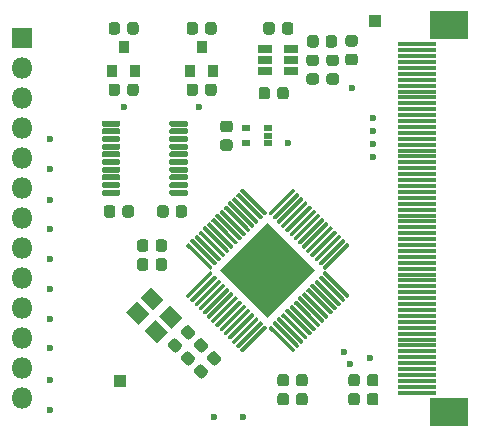
<source format=gbr>
%TF.GenerationSoftware,KiCad,Pcbnew,(5.1.6-0-10_14)*%
%TF.CreationDate,2020-07-08T17:08:28+02:00*%
%TF.ProjectId,driver-board,64726976-6572-42d6-926f-6172642e6b69,rev?*%
%TF.SameCoordinates,Original*%
%TF.FileFunction,Soldermask,Top*%
%TF.FilePolarity,Negative*%
%FSLAX46Y46*%
G04 Gerber Fmt 4.6, Leading zero omitted, Abs format (unit mm)*
G04 Created by KiCad (PCBNEW (5.1.6-0-10_14)) date 2020-07-08 17:08:28*
%MOMM*%
%LPD*%
G01*
G04 APERTURE LIST*
%ADD10R,0.900000X1.000000*%
%ADD11R,1.160000X0.750000*%
%ADD12R,0.750000X0.500000*%
%ADD13C,0.100000*%
%ADD14C,0.600000*%
%ADD15R,1.100000X1.100000*%
%ADD16R,3.200000X0.400000*%
%ADD17R,3.200000X2.400000*%
%ADD18R,1.800000X1.800000*%
%ADD19O,1.800000X1.800000*%
G04 APERTURE END LIST*
%TO.C,C1*%
G36*
G01*
X123625000Y-66081250D02*
X123625000Y-65518750D01*
G75*
G02*
X123868750Y-65275000I243750J0D01*
G01*
X124356250Y-65275000D01*
G75*
G02*
X124600000Y-65518750I0J-243750D01*
G01*
X124600000Y-66081250D01*
G75*
G02*
X124356250Y-66325000I-243750J0D01*
G01*
X123868750Y-66325000D01*
G75*
G02*
X123625000Y-66081250I0J243750D01*
G01*
G37*
G36*
G01*
X125200000Y-66081250D02*
X125200000Y-65518750D01*
G75*
G02*
X125443750Y-65275000I243750J0D01*
G01*
X125931250Y-65275000D01*
G75*
G02*
X126175000Y-65518750I0J-243750D01*
G01*
X126175000Y-66081250D01*
G75*
G02*
X125931250Y-66325000I-243750J0D01*
G01*
X125443750Y-66325000D01*
G75*
G02*
X125200000Y-66081250I0J243750D01*
G01*
G37*
%TD*%
%TO.C,C2*%
G36*
G01*
X121675000Y-65518750D02*
X121675000Y-66081250D01*
G75*
G02*
X121431250Y-66325000I-243750J0D01*
G01*
X120943750Y-66325000D01*
G75*
G02*
X120700000Y-66081250I0J243750D01*
G01*
X120700000Y-65518750D01*
G75*
G02*
X120943750Y-65275000I243750J0D01*
G01*
X121431250Y-65275000D01*
G75*
G02*
X121675000Y-65518750I0J-243750D01*
G01*
G37*
G36*
G01*
X120100000Y-65518750D02*
X120100000Y-66081250D01*
G75*
G02*
X119856250Y-66325000I-243750J0D01*
G01*
X119368750Y-66325000D01*
G75*
G02*
X119125000Y-66081250I0J243750D01*
G01*
X119125000Y-65518750D01*
G75*
G02*
X119368750Y-65275000I243750J0D01*
G01*
X119856250Y-65275000D01*
G75*
G02*
X120100000Y-65518750I0J-243750D01*
G01*
G37*
%TD*%
%TO.C,C3*%
G36*
G01*
X120500000Y-50018750D02*
X120500000Y-50581250D01*
G75*
G02*
X120256250Y-50825000I-243750J0D01*
G01*
X119768750Y-50825000D01*
G75*
G02*
X119525000Y-50581250I0J243750D01*
G01*
X119525000Y-50018750D01*
G75*
G02*
X119768750Y-49775000I243750J0D01*
G01*
X120256250Y-49775000D01*
G75*
G02*
X120500000Y-50018750I0J-243750D01*
G01*
G37*
G36*
G01*
X122075000Y-50018750D02*
X122075000Y-50581250D01*
G75*
G02*
X121831250Y-50825000I-243750J0D01*
G01*
X121343750Y-50825000D01*
G75*
G02*
X121100000Y-50581250I0J243750D01*
G01*
X121100000Y-50018750D01*
G75*
G02*
X121343750Y-49775000I243750J0D01*
G01*
X121831250Y-49775000D01*
G75*
G02*
X122075000Y-50018750I0J-243750D01*
G01*
G37*
%TD*%
%TO.C,C4*%
G36*
G01*
X122075000Y-55218750D02*
X122075000Y-55781250D01*
G75*
G02*
X121831250Y-56025000I-243750J0D01*
G01*
X121343750Y-56025000D01*
G75*
G02*
X121100000Y-55781250I0J243750D01*
G01*
X121100000Y-55218750D01*
G75*
G02*
X121343750Y-54975000I243750J0D01*
G01*
X121831250Y-54975000D01*
G75*
G02*
X122075000Y-55218750I0J-243750D01*
G01*
G37*
G36*
G01*
X120500000Y-55218750D02*
X120500000Y-55781250D01*
G75*
G02*
X120256250Y-56025000I-243750J0D01*
G01*
X119768750Y-56025000D01*
G75*
G02*
X119525000Y-55781250I0J243750D01*
G01*
X119525000Y-55218750D01*
G75*
G02*
X119768750Y-54975000I243750J0D01*
G01*
X120256250Y-54975000D01*
G75*
G02*
X120500000Y-55218750I0J-243750D01*
G01*
G37*
%TD*%
%TO.C,C5*%
G36*
G01*
X127100000Y-50018750D02*
X127100000Y-50581250D01*
G75*
G02*
X126856250Y-50825000I-243750J0D01*
G01*
X126368750Y-50825000D01*
G75*
G02*
X126125000Y-50581250I0J243750D01*
G01*
X126125000Y-50018750D01*
G75*
G02*
X126368750Y-49775000I243750J0D01*
G01*
X126856250Y-49775000D01*
G75*
G02*
X127100000Y-50018750I0J-243750D01*
G01*
G37*
G36*
G01*
X128675000Y-50018750D02*
X128675000Y-50581250D01*
G75*
G02*
X128431250Y-50825000I-243750J0D01*
G01*
X127943750Y-50825000D01*
G75*
G02*
X127700000Y-50581250I0J243750D01*
G01*
X127700000Y-50018750D01*
G75*
G02*
X127943750Y-49775000I243750J0D01*
G01*
X128431250Y-49775000D01*
G75*
G02*
X128675000Y-50018750I0J-243750D01*
G01*
G37*
%TD*%
%TO.C,C6*%
G36*
G01*
X128675000Y-55218750D02*
X128675000Y-55781250D01*
G75*
G02*
X128431250Y-56025000I-243750J0D01*
G01*
X127943750Y-56025000D01*
G75*
G02*
X127700000Y-55781250I0J243750D01*
G01*
X127700000Y-55218750D01*
G75*
G02*
X127943750Y-54975000I243750J0D01*
G01*
X128431250Y-54975000D01*
G75*
G02*
X128675000Y-55218750I0J-243750D01*
G01*
G37*
G36*
G01*
X127100000Y-55218750D02*
X127100000Y-55781250D01*
G75*
G02*
X126856250Y-56025000I-243750J0D01*
G01*
X126368750Y-56025000D01*
G75*
G02*
X126125000Y-55781250I0J243750D01*
G01*
X126125000Y-55218750D01*
G75*
G02*
X126368750Y-54975000I243750J0D01*
G01*
X126856250Y-54975000D01*
G75*
G02*
X127100000Y-55218750I0J-243750D01*
G01*
G37*
%TD*%
%TO.C,C7*%
G36*
G01*
X137900000Y-51681250D02*
X137900000Y-51118750D01*
G75*
G02*
X138143750Y-50875000I243750J0D01*
G01*
X138631250Y-50875000D01*
G75*
G02*
X138875000Y-51118750I0J-243750D01*
G01*
X138875000Y-51681250D01*
G75*
G02*
X138631250Y-51925000I-243750J0D01*
G01*
X138143750Y-51925000D01*
G75*
G02*
X137900000Y-51681250I0J243750D01*
G01*
G37*
G36*
G01*
X136325000Y-51681250D02*
X136325000Y-51118750D01*
G75*
G02*
X136568750Y-50875000I243750J0D01*
G01*
X137056250Y-50875000D01*
G75*
G02*
X137300000Y-51118750I0J-243750D01*
G01*
X137300000Y-51681250D01*
G75*
G02*
X137056250Y-51925000I-243750J0D01*
G01*
X136568750Y-51925000D01*
G75*
G02*
X136325000Y-51681250I0J243750D01*
G01*
G37*
%TD*%
%TO.C,C8*%
G36*
G01*
X138218750Y-54100000D02*
X138781250Y-54100000D01*
G75*
G02*
X139025000Y-54343750I0J-243750D01*
G01*
X139025000Y-54831250D01*
G75*
G02*
X138781250Y-55075000I-243750J0D01*
G01*
X138218750Y-55075000D01*
G75*
G02*
X137975000Y-54831250I0J243750D01*
G01*
X137975000Y-54343750D01*
G75*
G02*
X138218750Y-54100000I243750J0D01*
G01*
G37*
G36*
G01*
X138218750Y-52525000D02*
X138781250Y-52525000D01*
G75*
G02*
X139025000Y-52768750I0J-243750D01*
G01*
X139025000Y-53256250D01*
G75*
G02*
X138781250Y-53500000I-243750J0D01*
G01*
X138218750Y-53500000D01*
G75*
G02*
X137975000Y-53256250I0J243750D01*
G01*
X137975000Y-52768750D01*
G75*
G02*
X138218750Y-52525000I243750J0D01*
G01*
G37*
%TD*%
%TO.C,C9*%
G36*
G01*
X129781250Y-60675000D02*
X129218750Y-60675000D01*
G75*
G02*
X128975000Y-60431250I0J243750D01*
G01*
X128975000Y-59943750D01*
G75*
G02*
X129218750Y-59700000I243750J0D01*
G01*
X129781250Y-59700000D01*
G75*
G02*
X130025000Y-59943750I0J-243750D01*
G01*
X130025000Y-60431250D01*
G75*
G02*
X129781250Y-60675000I-243750J0D01*
G01*
G37*
G36*
G01*
X129781250Y-59100000D02*
X129218750Y-59100000D01*
G75*
G02*
X128975000Y-58856250I0J243750D01*
G01*
X128975000Y-58368750D01*
G75*
G02*
X129218750Y-58125000I243750J0D01*
G01*
X129781250Y-58125000D01*
G75*
G02*
X130025000Y-58368750I0J-243750D01*
G01*
X130025000Y-58856250D01*
G75*
G02*
X129781250Y-59100000I-243750J0D01*
G01*
G37*
%TD*%
%TO.C,C10*%
G36*
G01*
X122900000Y-70018750D02*
X122900000Y-70581250D01*
G75*
G02*
X122656250Y-70825000I-243750J0D01*
G01*
X122168750Y-70825000D01*
G75*
G02*
X121925000Y-70581250I0J243750D01*
G01*
X121925000Y-70018750D01*
G75*
G02*
X122168750Y-69775000I243750J0D01*
G01*
X122656250Y-69775000D01*
G75*
G02*
X122900000Y-70018750I0J-243750D01*
G01*
G37*
G36*
G01*
X124475000Y-70018750D02*
X124475000Y-70581250D01*
G75*
G02*
X124231250Y-70825000I-243750J0D01*
G01*
X123743750Y-70825000D01*
G75*
G02*
X123500000Y-70581250I0J243750D01*
G01*
X123500000Y-70018750D01*
G75*
G02*
X123743750Y-69775000I243750J0D01*
G01*
X124231250Y-69775000D01*
G75*
G02*
X124475000Y-70018750I0J-243750D01*
G01*
G37*
%TD*%
%TO.C,C11*%
G36*
G01*
X126402688Y-75499565D02*
X126800435Y-75897313D01*
G75*
G02*
X126800435Y-76242027I-172357J-172357D01*
G01*
X126455721Y-76586741D01*
G75*
G02*
X126111007Y-76586741I-172357J172357D01*
G01*
X125713259Y-76188993D01*
G75*
G02*
X125713259Y-75844279I172357J172357D01*
G01*
X126057973Y-75499565D01*
G75*
G02*
X126402687Y-75499565I172357J-172357D01*
G01*
G37*
G36*
G01*
X125288994Y-76613259D02*
X125686741Y-77011007D01*
G75*
G02*
X125686741Y-77355721I-172357J-172357D01*
G01*
X125342027Y-77700435D01*
G75*
G02*
X124997313Y-77700435I-172357J172357D01*
G01*
X124599565Y-77302687D01*
G75*
G02*
X124599565Y-76957973I172357J172357D01*
G01*
X124944279Y-76613259D01*
G75*
G02*
X125288993Y-76613259I172357J-172357D01*
G01*
G37*
%TD*%
%TO.C,C12*%
G36*
G01*
X127502688Y-76599565D02*
X127900435Y-76997313D01*
G75*
G02*
X127900435Y-77342027I-172357J-172357D01*
G01*
X127555721Y-77686741D01*
G75*
G02*
X127211007Y-77686741I-172357J172357D01*
G01*
X126813259Y-77288993D01*
G75*
G02*
X126813259Y-76944279I172357J172357D01*
G01*
X127157973Y-76599565D01*
G75*
G02*
X127502687Y-76599565I172357J-172357D01*
G01*
G37*
G36*
G01*
X126388994Y-77713259D02*
X126786741Y-78111007D01*
G75*
G02*
X126786741Y-78455721I-172357J-172357D01*
G01*
X126442027Y-78800435D01*
G75*
G02*
X126097313Y-78800435I-172357J172357D01*
G01*
X125699565Y-78402687D01*
G75*
G02*
X125699565Y-78057973I172357J172357D01*
G01*
X126044279Y-77713259D01*
G75*
G02*
X126388993Y-77713259I172357J-172357D01*
G01*
G37*
%TD*%
%TO.C,C13*%
G36*
G01*
X127488994Y-78813259D02*
X127886741Y-79211007D01*
G75*
G02*
X127886741Y-79555721I-172357J-172357D01*
G01*
X127542027Y-79900435D01*
G75*
G02*
X127197313Y-79900435I-172357J172357D01*
G01*
X126799565Y-79502687D01*
G75*
G02*
X126799565Y-79157973I172357J172357D01*
G01*
X127144279Y-78813259D01*
G75*
G02*
X127488993Y-78813259I172357J-172357D01*
G01*
G37*
G36*
G01*
X128602688Y-77699565D02*
X129000435Y-78097313D01*
G75*
G02*
X129000435Y-78442027I-172357J-172357D01*
G01*
X128655721Y-78786741D01*
G75*
G02*
X128311007Y-78786741I-172357J172357D01*
G01*
X127913259Y-78388993D01*
G75*
G02*
X127913259Y-78044279I172357J172357D01*
G01*
X128257973Y-77699565D01*
G75*
G02*
X128602687Y-77699565I172357J-172357D01*
G01*
G37*
%TD*%
%TO.C,C14*%
G36*
G01*
X135400000Y-81981250D02*
X135400000Y-81418750D01*
G75*
G02*
X135643750Y-81175000I243750J0D01*
G01*
X136131250Y-81175000D01*
G75*
G02*
X136375000Y-81418750I0J-243750D01*
G01*
X136375000Y-81981250D01*
G75*
G02*
X136131250Y-82225000I-243750J0D01*
G01*
X135643750Y-82225000D01*
G75*
G02*
X135400000Y-81981250I0J243750D01*
G01*
G37*
G36*
G01*
X133825000Y-81981250D02*
X133825000Y-81418750D01*
G75*
G02*
X134068750Y-81175000I243750J0D01*
G01*
X134556250Y-81175000D01*
G75*
G02*
X134800000Y-81418750I0J-243750D01*
G01*
X134800000Y-81981250D01*
G75*
G02*
X134556250Y-82225000I-243750J0D01*
G01*
X134068750Y-82225000D01*
G75*
G02*
X133825000Y-81981250I0J243750D01*
G01*
G37*
%TD*%
%TO.C,C15*%
G36*
G01*
X142375000Y-79818750D02*
X142375000Y-80381250D01*
G75*
G02*
X142131250Y-80625000I-243750J0D01*
G01*
X141643750Y-80625000D01*
G75*
G02*
X141400000Y-80381250I0J243750D01*
G01*
X141400000Y-79818750D01*
G75*
G02*
X141643750Y-79575000I243750J0D01*
G01*
X142131250Y-79575000D01*
G75*
G02*
X142375000Y-79818750I0J-243750D01*
G01*
G37*
G36*
G01*
X140800000Y-79818750D02*
X140800000Y-80381250D01*
G75*
G02*
X140556250Y-80625000I-243750J0D01*
G01*
X140068750Y-80625000D01*
G75*
G02*
X139825000Y-80381250I0J243750D01*
G01*
X139825000Y-79818750D01*
G75*
G02*
X140068750Y-79575000I243750J0D01*
G01*
X140556250Y-79575000D01*
G75*
G02*
X140800000Y-79818750I0J-243750D01*
G01*
G37*
%TD*%
%TO.C,C16*%
G36*
G01*
X140800000Y-81418750D02*
X140800000Y-81981250D01*
G75*
G02*
X140556250Y-82225000I-243750J0D01*
G01*
X140068750Y-82225000D01*
G75*
G02*
X139825000Y-81981250I0J243750D01*
G01*
X139825000Y-81418750D01*
G75*
G02*
X140068750Y-81175000I243750J0D01*
G01*
X140556250Y-81175000D01*
G75*
G02*
X140800000Y-81418750I0J-243750D01*
G01*
G37*
G36*
G01*
X142375000Y-81418750D02*
X142375000Y-81981250D01*
G75*
G02*
X142131250Y-82225000I-243750J0D01*
G01*
X141643750Y-82225000D01*
G75*
G02*
X141400000Y-81981250I0J243750D01*
G01*
X141400000Y-81418750D01*
G75*
G02*
X141643750Y-81175000I243750J0D01*
G01*
X142131250Y-81175000D01*
G75*
G02*
X142375000Y-81418750I0J-243750D01*
G01*
G37*
%TD*%
%TO.C,L1*%
G36*
G01*
X135175000Y-50018750D02*
X135175000Y-50581250D01*
G75*
G02*
X134931250Y-50825000I-243750J0D01*
G01*
X134443750Y-50825000D01*
G75*
G02*
X134200000Y-50581250I0J243750D01*
G01*
X134200000Y-50018750D01*
G75*
G02*
X134443750Y-49775000I243750J0D01*
G01*
X134931250Y-49775000D01*
G75*
G02*
X135175000Y-50018750I0J-243750D01*
G01*
G37*
G36*
G01*
X133600000Y-50018750D02*
X133600000Y-50581250D01*
G75*
G02*
X133356250Y-50825000I-243750J0D01*
G01*
X132868750Y-50825000D01*
G75*
G02*
X132625000Y-50581250I0J243750D01*
G01*
X132625000Y-50018750D01*
G75*
G02*
X132868750Y-49775000I243750J0D01*
G01*
X133356250Y-49775000D01*
G75*
G02*
X133600000Y-50018750I0J-243750D01*
G01*
G37*
%TD*%
%TO.C,R1*%
G36*
G01*
X136518750Y-54100000D02*
X137081250Y-54100000D01*
G75*
G02*
X137325000Y-54343750I0J-243750D01*
G01*
X137325000Y-54831250D01*
G75*
G02*
X137081250Y-55075000I-243750J0D01*
G01*
X136518750Y-55075000D01*
G75*
G02*
X136275000Y-54831250I0J243750D01*
G01*
X136275000Y-54343750D01*
G75*
G02*
X136518750Y-54100000I243750J0D01*
G01*
G37*
G36*
G01*
X136518750Y-52525000D02*
X137081250Y-52525000D01*
G75*
G02*
X137325000Y-52768750I0J-243750D01*
G01*
X137325000Y-53256250D01*
G75*
G02*
X137081250Y-53500000I-243750J0D01*
G01*
X136518750Y-53500000D01*
G75*
G02*
X136275000Y-53256250I0J243750D01*
G01*
X136275000Y-52768750D01*
G75*
G02*
X136518750Y-52525000I243750J0D01*
G01*
G37*
%TD*%
%TO.C,R2*%
G36*
G01*
X134775000Y-55518750D02*
X134775000Y-56081250D01*
G75*
G02*
X134531250Y-56325000I-243750J0D01*
G01*
X134043750Y-56325000D01*
G75*
G02*
X133800000Y-56081250I0J243750D01*
G01*
X133800000Y-55518750D01*
G75*
G02*
X134043750Y-55275000I243750J0D01*
G01*
X134531250Y-55275000D01*
G75*
G02*
X134775000Y-55518750I0J-243750D01*
G01*
G37*
G36*
G01*
X133200000Y-55518750D02*
X133200000Y-56081250D01*
G75*
G02*
X132956250Y-56325000I-243750J0D01*
G01*
X132468750Y-56325000D01*
G75*
G02*
X132225000Y-56081250I0J243750D01*
G01*
X132225000Y-55518750D01*
G75*
G02*
X132468750Y-55275000I243750J0D01*
G01*
X132956250Y-55275000D01*
G75*
G02*
X133200000Y-55518750I0J-243750D01*
G01*
G37*
%TD*%
%TO.C,R3*%
G36*
G01*
X124475000Y-68418750D02*
X124475000Y-68981250D01*
G75*
G02*
X124231250Y-69225000I-243750J0D01*
G01*
X123743750Y-69225000D01*
G75*
G02*
X123500000Y-68981250I0J243750D01*
G01*
X123500000Y-68418750D01*
G75*
G02*
X123743750Y-68175000I243750J0D01*
G01*
X124231250Y-68175000D01*
G75*
G02*
X124475000Y-68418750I0J-243750D01*
G01*
G37*
G36*
G01*
X122900000Y-68418750D02*
X122900000Y-68981250D01*
G75*
G02*
X122656250Y-69225000I-243750J0D01*
G01*
X122168750Y-69225000D01*
G75*
G02*
X121925000Y-68981250I0J243750D01*
G01*
X121925000Y-68418750D01*
G75*
G02*
X122168750Y-68175000I243750J0D01*
G01*
X122656250Y-68175000D01*
G75*
G02*
X122900000Y-68418750I0J-243750D01*
G01*
G37*
%TD*%
%TO.C,R4*%
G36*
G01*
X139818750Y-52450000D02*
X140381250Y-52450000D01*
G75*
G02*
X140625000Y-52693750I0J-243750D01*
G01*
X140625000Y-53181250D01*
G75*
G02*
X140381250Y-53425000I-243750J0D01*
G01*
X139818750Y-53425000D01*
G75*
G02*
X139575000Y-53181250I0J243750D01*
G01*
X139575000Y-52693750D01*
G75*
G02*
X139818750Y-52450000I243750J0D01*
G01*
G37*
G36*
G01*
X139818750Y-50875000D02*
X140381250Y-50875000D01*
G75*
G02*
X140625000Y-51118750I0J-243750D01*
G01*
X140625000Y-51606250D01*
G75*
G02*
X140381250Y-51850000I-243750J0D01*
G01*
X139818750Y-51850000D01*
G75*
G02*
X139575000Y-51606250I0J243750D01*
G01*
X139575000Y-51118750D01*
G75*
G02*
X139818750Y-50875000I243750J0D01*
G01*
G37*
%TD*%
%TO.C,R5*%
G36*
G01*
X136375000Y-79818750D02*
X136375000Y-80381250D01*
G75*
G02*
X136131250Y-80625000I-243750J0D01*
G01*
X135643750Y-80625000D01*
G75*
G02*
X135400000Y-80381250I0J243750D01*
G01*
X135400000Y-79818750D01*
G75*
G02*
X135643750Y-79575000I243750J0D01*
G01*
X136131250Y-79575000D01*
G75*
G02*
X136375000Y-79818750I0J-243750D01*
G01*
G37*
G36*
G01*
X134800000Y-79818750D02*
X134800000Y-80381250D01*
G75*
G02*
X134556250Y-80625000I-243750J0D01*
G01*
X134068750Y-80625000D01*
G75*
G02*
X133825000Y-80381250I0J243750D01*
G01*
X133825000Y-79818750D01*
G75*
G02*
X134068750Y-79575000I243750J0D01*
G01*
X134556250Y-79575000D01*
G75*
G02*
X134800000Y-79818750I0J-243750D01*
G01*
G37*
%TD*%
%TO.C,U1*%
G36*
G01*
X126250000Y-64100000D02*
X126250000Y-64350000D01*
G75*
G02*
X126125000Y-64475000I-125000J0D01*
G01*
X124800000Y-64475000D01*
G75*
G02*
X124675000Y-64350000I0J125000D01*
G01*
X124675000Y-64100000D01*
G75*
G02*
X124800000Y-63975000I125000J0D01*
G01*
X126125000Y-63975000D01*
G75*
G02*
X126250000Y-64100000I0J-125000D01*
G01*
G37*
G36*
G01*
X126250000Y-63450000D02*
X126250000Y-63700000D01*
G75*
G02*
X126125000Y-63825000I-125000J0D01*
G01*
X124800000Y-63825000D01*
G75*
G02*
X124675000Y-63700000I0J125000D01*
G01*
X124675000Y-63450000D01*
G75*
G02*
X124800000Y-63325000I125000J0D01*
G01*
X126125000Y-63325000D01*
G75*
G02*
X126250000Y-63450000I0J-125000D01*
G01*
G37*
G36*
G01*
X126250000Y-62800000D02*
X126250000Y-63050000D01*
G75*
G02*
X126125000Y-63175000I-125000J0D01*
G01*
X124800000Y-63175000D01*
G75*
G02*
X124675000Y-63050000I0J125000D01*
G01*
X124675000Y-62800000D01*
G75*
G02*
X124800000Y-62675000I125000J0D01*
G01*
X126125000Y-62675000D01*
G75*
G02*
X126250000Y-62800000I0J-125000D01*
G01*
G37*
G36*
G01*
X126250000Y-62150000D02*
X126250000Y-62400000D01*
G75*
G02*
X126125000Y-62525000I-125000J0D01*
G01*
X124800000Y-62525000D01*
G75*
G02*
X124675000Y-62400000I0J125000D01*
G01*
X124675000Y-62150000D01*
G75*
G02*
X124800000Y-62025000I125000J0D01*
G01*
X126125000Y-62025000D01*
G75*
G02*
X126250000Y-62150000I0J-125000D01*
G01*
G37*
G36*
G01*
X126250000Y-61500000D02*
X126250000Y-61750000D01*
G75*
G02*
X126125000Y-61875000I-125000J0D01*
G01*
X124800000Y-61875000D01*
G75*
G02*
X124675000Y-61750000I0J125000D01*
G01*
X124675000Y-61500000D01*
G75*
G02*
X124800000Y-61375000I125000J0D01*
G01*
X126125000Y-61375000D01*
G75*
G02*
X126250000Y-61500000I0J-125000D01*
G01*
G37*
G36*
G01*
X126250000Y-60850000D02*
X126250000Y-61100000D01*
G75*
G02*
X126125000Y-61225000I-125000J0D01*
G01*
X124800000Y-61225000D01*
G75*
G02*
X124675000Y-61100000I0J125000D01*
G01*
X124675000Y-60850000D01*
G75*
G02*
X124800000Y-60725000I125000J0D01*
G01*
X126125000Y-60725000D01*
G75*
G02*
X126250000Y-60850000I0J-125000D01*
G01*
G37*
G36*
G01*
X126250000Y-60200000D02*
X126250000Y-60450000D01*
G75*
G02*
X126125000Y-60575000I-125000J0D01*
G01*
X124800000Y-60575000D01*
G75*
G02*
X124675000Y-60450000I0J125000D01*
G01*
X124675000Y-60200000D01*
G75*
G02*
X124800000Y-60075000I125000J0D01*
G01*
X126125000Y-60075000D01*
G75*
G02*
X126250000Y-60200000I0J-125000D01*
G01*
G37*
G36*
G01*
X126250000Y-59550000D02*
X126250000Y-59800000D01*
G75*
G02*
X126125000Y-59925000I-125000J0D01*
G01*
X124800000Y-59925000D01*
G75*
G02*
X124675000Y-59800000I0J125000D01*
G01*
X124675000Y-59550000D01*
G75*
G02*
X124800000Y-59425000I125000J0D01*
G01*
X126125000Y-59425000D01*
G75*
G02*
X126250000Y-59550000I0J-125000D01*
G01*
G37*
G36*
G01*
X126250000Y-58900000D02*
X126250000Y-59150000D01*
G75*
G02*
X126125000Y-59275000I-125000J0D01*
G01*
X124800000Y-59275000D01*
G75*
G02*
X124675000Y-59150000I0J125000D01*
G01*
X124675000Y-58900000D01*
G75*
G02*
X124800000Y-58775000I125000J0D01*
G01*
X126125000Y-58775000D01*
G75*
G02*
X126250000Y-58900000I0J-125000D01*
G01*
G37*
G36*
G01*
X126250000Y-58250000D02*
X126250000Y-58500000D01*
G75*
G02*
X126125000Y-58625000I-125000J0D01*
G01*
X124800000Y-58625000D01*
G75*
G02*
X124675000Y-58500000I0J125000D01*
G01*
X124675000Y-58250000D01*
G75*
G02*
X124800000Y-58125000I125000J0D01*
G01*
X126125000Y-58125000D01*
G75*
G02*
X126250000Y-58250000I0J-125000D01*
G01*
G37*
G36*
G01*
X120525000Y-58250000D02*
X120525000Y-58500000D01*
G75*
G02*
X120400000Y-58625000I-125000J0D01*
G01*
X119075000Y-58625000D01*
G75*
G02*
X118950000Y-58500000I0J125000D01*
G01*
X118950000Y-58250000D01*
G75*
G02*
X119075000Y-58125000I125000J0D01*
G01*
X120400000Y-58125000D01*
G75*
G02*
X120525000Y-58250000I0J-125000D01*
G01*
G37*
G36*
G01*
X120525000Y-58900000D02*
X120525000Y-59150000D01*
G75*
G02*
X120400000Y-59275000I-125000J0D01*
G01*
X119075000Y-59275000D01*
G75*
G02*
X118950000Y-59150000I0J125000D01*
G01*
X118950000Y-58900000D01*
G75*
G02*
X119075000Y-58775000I125000J0D01*
G01*
X120400000Y-58775000D01*
G75*
G02*
X120525000Y-58900000I0J-125000D01*
G01*
G37*
G36*
G01*
X120525000Y-59550000D02*
X120525000Y-59800000D01*
G75*
G02*
X120400000Y-59925000I-125000J0D01*
G01*
X119075000Y-59925000D01*
G75*
G02*
X118950000Y-59800000I0J125000D01*
G01*
X118950000Y-59550000D01*
G75*
G02*
X119075000Y-59425000I125000J0D01*
G01*
X120400000Y-59425000D01*
G75*
G02*
X120525000Y-59550000I0J-125000D01*
G01*
G37*
G36*
G01*
X120525000Y-60200000D02*
X120525000Y-60450000D01*
G75*
G02*
X120400000Y-60575000I-125000J0D01*
G01*
X119075000Y-60575000D01*
G75*
G02*
X118950000Y-60450000I0J125000D01*
G01*
X118950000Y-60200000D01*
G75*
G02*
X119075000Y-60075000I125000J0D01*
G01*
X120400000Y-60075000D01*
G75*
G02*
X120525000Y-60200000I0J-125000D01*
G01*
G37*
G36*
G01*
X120525000Y-60850000D02*
X120525000Y-61100000D01*
G75*
G02*
X120400000Y-61225000I-125000J0D01*
G01*
X119075000Y-61225000D01*
G75*
G02*
X118950000Y-61100000I0J125000D01*
G01*
X118950000Y-60850000D01*
G75*
G02*
X119075000Y-60725000I125000J0D01*
G01*
X120400000Y-60725000D01*
G75*
G02*
X120525000Y-60850000I0J-125000D01*
G01*
G37*
G36*
G01*
X120525000Y-61500000D02*
X120525000Y-61750000D01*
G75*
G02*
X120400000Y-61875000I-125000J0D01*
G01*
X119075000Y-61875000D01*
G75*
G02*
X118950000Y-61750000I0J125000D01*
G01*
X118950000Y-61500000D01*
G75*
G02*
X119075000Y-61375000I125000J0D01*
G01*
X120400000Y-61375000D01*
G75*
G02*
X120525000Y-61500000I0J-125000D01*
G01*
G37*
G36*
G01*
X120525000Y-62150000D02*
X120525000Y-62400000D01*
G75*
G02*
X120400000Y-62525000I-125000J0D01*
G01*
X119075000Y-62525000D01*
G75*
G02*
X118950000Y-62400000I0J125000D01*
G01*
X118950000Y-62150000D01*
G75*
G02*
X119075000Y-62025000I125000J0D01*
G01*
X120400000Y-62025000D01*
G75*
G02*
X120525000Y-62150000I0J-125000D01*
G01*
G37*
G36*
G01*
X120525000Y-62800000D02*
X120525000Y-63050000D01*
G75*
G02*
X120400000Y-63175000I-125000J0D01*
G01*
X119075000Y-63175000D01*
G75*
G02*
X118950000Y-63050000I0J125000D01*
G01*
X118950000Y-62800000D01*
G75*
G02*
X119075000Y-62675000I125000J0D01*
G01*
X120400000Y-62675000D01*
G75*
G02*
X120525000Y-62800000I0J-125000D01*
G01*
G37*
G36*
G01*
X120525000Y-63450000D02*
X120525000Y-63700000D01*
G75*
G02*
X120400000Y-63825000I-125000J0D01*
G01*
X119075000Y-63825000D01*
G75*
G02*
X118950000Y-63700000I0J125000D01*
G01*
X118950000Y-63450000D01*
G75*
G02*
X119075000Y-63325000I125000J0D01*
G01*
X120400000Y-63325000D01*
G75*
G02*
X120525000Y-63450000I0J-125000D01*
G01*
G37*
G36*
G01*
X120525000Y-64100000D02*
X120525000Y-64350000D01*
G75*
G02*
X120400000Y-64475000I-125000J0D01*
G01*
X119075000Y-64475000D01*
G75*
G02*
X118950000Y-64350000I0J125000D01*
G01*
X118950000Y-64100000D01*
G75*
G02*
X119075000Y-63975000I125000J0D01*
G01*
X120400000Y-63975000D01*
G75*
G02*
X120525000Y-64100000I0J-125000D01*
G01*
G37*
%TD*%
D10*
%TO.C,U2*%
X120800000Y-51900000D03*
X121750000Y-53900000D03*
X119850000Y-53900000D03*
%TD*%
%TO.C,U3*%
X126450000Y-53900000D03*
X128350000Y-53900000D03*
X127400000Y-51900000D03*
%TD*%
D11*
%TO.C,U4*%
X132800000Y-52050000D03*
X132800000Y-53000000D03*
X132800000Y-53950000D03*
X135000000Y-53950000D03*
X135000000Y-52050000D03*
X135000000Y-53000000D03*
%TD*%
D12*
%TO.C,U5*%
X133050000Y-60050000D03*
X133050000Y-58750000D03*
X133050000Y-59400000D03*
X131150000Y-58750000D03*
X131150000Y-60050000D03*
%TD*%
%TO.C,U6*%
G36*
G01*
X130693064Y-64020614D02*
X130816807Y-63896870D01*
G75*
G02*
X130940551Y-63896870I61872J-61872D01*
G01*
X132920450Y-65876769D01*
G75*
G02*
X132920450Y-66000513I-61872J-61872D01*
G01*
X132796707Y-66124256D01*
G75*
G02*
X132672963Y-66124256I-61872J61872D01*
G01*
X130693064Y-64144357D01*
G75*
G02*
X130693064Y-64020613I61872J61872D01*
G01*
G37*
G36*
G01*
X130339511Y-64374168D02*
X130463254Y-64250424D01*
G75*
G02*
X130586998Y-64250424I61872J-61872D01*
G01*
X132566897Y-66230323D01*
G75*
G02*
X132566897Y-66354067I-61872J-61872D01*
G01*
X132443154Y-66477810D01*
G75*
G02*
X132319410Y-66477810I-61872J61872D01*
G01*
X130339511Y-64497911D01*
G75*
G02*
X130339511Y-64374167I61872J61872D01*
G01*
G37*
G36*
G01*
X129985958Y-64727721D02*
X130109701Y-64603977D01*
G75*
G02*
X130233445Y-64603977I61872J-61872D01*
G01*
X132213344Y-66583876D01*
G75*
G02*
X132213344Y-66707620I-61872J-61872D01*
G01*
X132089601Y-66831363D01*
G75*
G02*
X131965857Y-66831363I-61872J61872D01*
G01*
X129985958Y-64851464D01*
G75*
G02*
X129985958Y-64727720I61872J61872D01*
G01*
G37*
G36*
G01*
X129632404Y-65081274D02*
X129756147Y-64957530D01*
G75*
G02*
X129879891Y-64957530I61872J-61872D01*
G01*
X131859790Y-66937429D01*
G75*
G02*
X131859790Y-67061173I-61872J-61872D01*
G01*
X131736047Y-67184916D01*
G75*
G02*
X131612303Y-67184916I-61872J61872D01*
G01*
X129632404Y-65205017D01*
G75*
G02*
X129632404Y-65081273I61872J61872D01*
G01*
G37*
G36*
G01*
X129278851Y-65434828D02*
X129402594Y-65311084D01*
G75*
G02*
X129526338Y-65311084I61872J-61872D01*
G01*
X131506237Y-67290983D01*
G75*
G02*
X131506237Y-67414727I-61872J-61872D01*
G01*
X131382494Y-67538470D01*
G75*
G02*
X131258750Y-67538470I-61872J61872D01*
G01*
X129278851Y-65558571D01*
G75*
G02*
X129278851Y-65434827I61872J61872D01*
G01*
G37*
G36*
G01*
X128925297Y-65788381D02*
X129049040Y-65664637D01*
G75*
G02*
X129172784Y-65664637I61872J-61872D01*
G01*
X131152683Y-67644536D01*
G75*
G02*
X131152683Y-67768280I-61872J-61872D01*
G01*
X131028940Y-67892023D01*
G75*
G02*
X130905196Y-67892023I-61872J61872D01*
G01*
X128925297Y-65912124D01*
G75*
G02*
X128925297Y-65788380I61872J61872D01*
G01*
G37*
G36*
G01*
X128571744Y-66141935D02*
X128695487Y-66018191D01*
G75*
G02*
X128819231Y-66018191I61872J-61872D01*
G01*
X130799130Y-67998090D01*
G75*
G02*
X130799130Y-68121834I-61872J-61872D01*
G01*
X130675387Y-68245577D01*
G75*
G02*
X130551643Y-68245577I-61872J61872D01*
G01*
X128571744Y-66265678D01*
G75*
G02*
X128571744Y-66141934I61872J61872D01*
G01*
G37*
G36*
G01*
X128218191Y-66495488D02*
X128341934Y-66371744D01*
G75*
G02*
X128465678Y-66371744I61872J-61872D01*
G01*
X130445577Y-68351643D01*
G75*
G02*
X130445577Y-68475387I-61872J-61872D01*
G01*
X130321834Y-68599130D01*
G75*
G02*
X130198090Y-68599130I-61872J61872D01*
G01*
X128218191Y-66619231D01*
G75*
G02*
X128218191Y-66495487I61872J61872D01*
G01*
G37*
G36*
G01*
X127864637Y-66849041D02*
X127988380Y-66725297D01*
G75*
G02*
X128112124Y-66725297I61872J-61872D01*
G01*
X130092023Y-68705196D01*
G75*
G02*
X130092023Y-68828940I-61872J-61872D01*
G01*
X129968280Y-68952683D01*
G75*
G02*
X129844536Y-68952683I-61872J61872D01*
G01*
X127864637Y-66972784D01*
G75*
G02*
X127864637Y-66849040I61872J61872D01*
G01*
G37*
G36*
G01*
X127511084Y-67202595D02*
X127634827Y-67078851D01*
G75*
G02*
X127758571Y-67078851I61872J-61872D01*
G01*
X129738470Y-69058750D01*
G75*
G02*
X129738470Y-69182494I-61872J-61872D01*
G01*
X129614727Y-69306237D01*
G75*
G02*
X129490983Y-69306237I-61872J61872D01*
G01*
X127511084Y-67326338D01*
G75*
G02*
X127511084Y-67202594I61872J61872D01*
G01*
G37*
G36*
G01*
X127157530Y-67556148D02*
X127281273Y-67432404D01*
G75*
G02*
X127405017Y-67432404I61872J-61872D01*
G01*
X129384916Y-69412303D01*
G75*
G02*
X129384916Y-69536047I-61872J-61872D01*
G01*
X129261173Y-69659790D01*
G75*
G02*
X129137429Y-69659790I-61872J61872D01*
G01*
X127157530Y-67679891D01*
G75*
G02*
X127157530Y-67556147I61872J61872D01*
G01*
G37*
G36*
G01*
X126803977Y-67909702D02*
X126927720Y-67785958D01*
G75*
G02*
X127051464Y-67785958I61872J-61872D01*
G01*
X129031363Y-69765857D01*
G75*
G02*
X129031363Y-69889601I-61872J-61872D01*
G01*
X128907620Y-70013344D01*
G75*
G02*
X128783876Y-70013344I-61872J61872D01*
G01*
X126803977Y-68033445D01*
G75*
G02*
X126803977Y-67909701I61872J61872D01*
G01*
G37*
G36*
G01*
X126450424Y-68263255D02*
X126574167Y-68139511D01*
G75*
G02*
X126697911Y-68139511I61872J-61872D01*
G01*
X128677810Y-70119410D01*
G75*
G02*
X128677810Y-70243154I-61872J-61872D01*
G01*
X128554067Y-70366897D01*
G75*
G02*
X128430323Y-70366897I-61872J61872D01*
G01*
X126450424Y-68386998D01*
G75*
G02*
X126450424Y-68263254I61872J61872D01*
G01*
G37*
G36*
G01*
X126096870Y-68616808D02*
X126220613Y-68493064D01*
G75*
G02*
X126344357Y-68493064I61872J-61872D01*
G01*
X128324256Y-70472963D01*
G75*
G02*
X128324256Y-70596707I-61872J-61872D01*
G01*
X128200513Y-70720450D01*
G75*
G02*
X128076769Y-70720450I-61872J61872D01*
G01*
X126096870Y-68740551D01*
G75*
G02*
X126096870Y-68616807I61872J61872D01*
G01*
G37*
G36*
G01*
X126096870Y-72859449D02*
X128076769Y-70879550D01*
G75*
G02*
X128200513Y-70879550I61872J-61872D01*
G01*
X128324256Y-71003293D01*
G75*
G02*
X128324256Y-71127037I-61872J-61872D01*
G01*
X126344357Y-73106936D01*
G75*
G02*
X126220613Y-73106936I-61872J61872D01*
G01*
X126096870Y-72983193D01*
G75*
G02*
X126096870Y-72859449I61872J61872D01*
G01*
G37*
G36*
G01*
X126450424Y-73213002D02*
X128430323Y-71233103D01*
G75*
G02*
X128554067Y-71233103I61872J-61872D01*
G01*
X128677810Y-71356846D01*
G75*
G02*
X128677810Y-71480590I-61872J-61872D01*
G01*
X126697911Y-73460489D01*
G75*
G02*
X126574167Y-73460489I-61872J61872D01*
G01*
X126450424Y-73336746D01*
G75*
G02*
X126450424Y-73213002I61872J61872D01*
G01*
G37*
G36*
G01*
X126803977Y-73566555D02*
X128783876Y-71586656D01*
G75*
G02*
X128907620Y-71586656I61872J-61872D01*
G01*
X129031363Y-71710399D01*
G75*
G02*
X129031363Y-71834143I-61872J-61872D01*
G01*
X127051464Y-73814042D01*
G75*
G02*
X126927720Y-73814042I-61872J61872D01*
G01*
X126803977Y-73690299D01*
G75*
G02*
X126803977Y-73566555I61872J61872D01*
G01*
G37*
G36*
G01*
X127157530Y-73920109D02*
X129137429Y-71940210D01*
G75*
G02*
X129261173Y-71940210I61872J-61872D01*
G01*
X129384916Y-72063953D01*
G75*
G02*
X129384916Y-72187697I-61872J-61872D01*
G01*
X127405017Y-74167596D01*
G75*
G02*
X127281273Y-74167596I-61872J61872D01*
G01*
X127157530Y-74043853D01*
G75*
G02*
X127157530Y-73920109I61872J61872D01*
G01*
G37*
G36*
G01*
X127511084Y-74273662D02*
X129490983Y-72293763D01*
G75*
G02*
X129614727Y-72293763I61872J-61872D01*
G01*
X129738470Y-72417506D01*
G75*
G02*
X129738470Y-72541250I-61872J-61872D01*
G01*
X127758571Y-74521149D01*
G75*
G02*
X127634827Y-74521149I-61872J61872D01*
G01*
X127511084Y-74397406D01*
G75*
G02*
X127511084Y-74273662I61872J61872D01*
G01*
G37*
G36*
G01*
X127864637Y-74627216D02*
X129844536Y-72647317D01*
G75*
G02*
X129968280Y-72647317I61872J-61872D01*
G01*
X130092023Y-72771060D01*
G75*
G02*
X130092023Y-72894804I-61872J-61872D01*
G01*
X128112124Y-74874703D01*
G75*
G02*
X127988380Y-74874703I-61872J61872D01*
G01*
X127864637Y-74750960D01*
G75*
G02*
X127864637Y-74627216I61872J61872D01*
G01*
G37*
G36*
G01*
X128218191Y-74980769D02*
X130198090Y-73000870D01*
G75*
G02*
X130321834Y-73000870I61872J-61872D01*
G01*
X130445577Y-73124613D01*
G75*
G02*
X130445577Y-73248357I-61872J-61872D01*
G01*
X128465678Y-75228256D01*
G75*
G02*
X128341934Y-75228256I-61872J61872D01*
G01*
X128218191Y-75104513D01*
G75*
G02*
X128218191Y-74980769I61872J61872D01*
G01*
G37*
G36*
G01*
X128571744Y-75334322D02*
X130551643Y-73354423D01*
G75*
G02*
X130675387Y-73354423I61872J-61872D01*
G01*
X130799130Y-73478166D01*
G75*
G02*
X130799130Y-73601910I-61872J-61872D01*
G01*
X128819231Y-75581809D01*
G75*
G02*
X128695487Y-75581809I-61872J61872D01*
G01*
X128571744Y-75458066D01*
G75*
G02*
X128571744Y-75334322I61872J61872D01*
G01*
G37*
G36*
G01*
X128925297Y-75687876D02*
X130905196Y-73707977D01*
G75*
G02*
X131028940Y-73707977I61872J-61872D01*
G01*
X131152683Y-73831720D01*
G75*
G02*
X131152683Y-73955464I-61872J-61872D01*
G01*
X129172784Y-75935363D01*
G75*
G02*
X129049040Y-75935363I-61872J61872D01*
G01*
X128925297Y-75811620D01*
G75*
G02*
X128925297Y-75687876I61872J61872D01*
G01*
G37*
G36*
G01*
X129278851Y-76041429D02*
X131258750Y-74061530D01*
G75*
G02*
X131382494Y-74061530I61872J-61872D01*
G01*
X131506237Y-74185273D01*
G75*
G02*
X131506237Y-74309017I-61872J-61872D01*
G01*
X129526338Y-76288916D01*
G75*
G02*
X129402594Y-76288916I-61872J61872D01*
G01*
X129278851Y-76165173D01*
G75*
G02*
X129278851Y-76041429I61872J61872D01*
G01*
G37*
G36*
G01*
X129632404Y-76394983D02*
X131612303Y-74415084D01*
G75*
G02*
X131736047Y-74415084I61872J-61872D01*
G01*
X131859790Y-74538827D01*
G75*
G02*
X131859790Y-74662571I-61872J-61872D01*
G01*
X129879891Y-76642470D01*
G75*
G02*
X129756147Y-76642470I-61872J61872D01*
G01*
X129632404Y-76518727D01*
G75*
G02*
X129632404Y-76394983I61872J61872D01*
G01*
G37*
G36*
G01*
X129985958Y-76748536D02*
X131965857Y-74768637D01*
G75*
G02*
X132089601Y-74768637I61872J-61872D01*
G01*
X132213344Y-74892380D01*
G75*
G02*
X132213344Y-75016124I-61872J-61872D01*
G01*
X130233445Y-76996023D01*
G75*
G02*
X130109701Y-76996023I-61872J61872D01*
G01*
X129985958Y-76872280D01*
G75*
G02*
X129985958Y-76748536I61872J61872D01*
G01*
G37*
G36*
G01*
X130339511Y-77102089D02*
X132319410Y-75122190D01*
G75*
G02*
X132443154Y-75122190I61872J-61872D01*
G01*
X132566897Y-75245933D01*
G75*
G02*
X132566897Y-75369677I-61872J-61872D01*
G01*
X130586998Y-77349576D01*
G75*
G02*
X130463254Y-77349576I-61872J61872D01*
G01*
X130339511Y-77225833D01*
G75*
G02*
X130339511Y-77102089I61872J61872D01*
G01*
G37*
G36*
G01*
X130693064Y-77455643D02*
X132672963Y-75475744D01*
G75*
G02*
X132796707Y-75475744I61872J-61872D01*
G01*
X132920450Y-75599487D01*
G75*
G02*
X132920450Y-75723231I-61872J-61872D01*
G01*
X130940551Y-77703130D01*
G75*
G02*
X130816807Y-77703130I-61872J61872D01*
G01*
X130693064Y-77579387D01*
G75*
G02*
X130693064Y-77455643I61872J61872D01*
G01*
G37*
G36*
G01*
X133079550Y-75599488D02*
X133203293Y-75475744D01*
G75*
G02*
X133327037Y-75475744I61872J-61872D01*
G01*
X135306936Y-77455643D01*
G75*
G02*
X135306936Y-77579387I-61872J-61872D01*
G01*
X135183193Y-77703130D01*
G75*
G02*
X135059449Y-77703130I-61872J61872D01*
G01*
X133079550Y-75723231D01*
G75*
G02*
X133079550Y-75599487I61872J61872D01*
G01*
G37*
G36*
G01*
X133433103Y-75245934D02*
X133556846Y-75122190D01*
G75*
G02*
X133680590Y-75122190I61872J-61872D01*
G01*
X135660489Y-77102089D01*
G75*
G02*
X135660489Y-77225833I-61872J-61872D01*
G01*
X135536746Y-77349576D01*
G75*
G02*
X135413002Y-77349576I-61872J61872D01*
G01*
X133433103Y-75369677D01*
G75*
G02*
X133433103Y-75245933I61872J61872D01*
G01*
G37*
G36*
G01*
X133786656Y-74892381D02*
X133910399Y-74768637D01*
G75*
G02*
X134034143Y-74768637I61872J-61872D01*
G01*
X136014042Y-76748536D01*
G75*
G02*
X136014042Y-76872280I-61872J-61872D01*
G01*
X135890299Y-76996023D01*
G75*
G02*
X135766555Y-76996023I-61872J61872D01*
G01*
X133786656Y-75016124D01*
G75*
G02*
X133786656Y-74892380I61872J61872D01*
G01*
G37*
G36*
G01*
X134140210Y-74538828D02*
X134263953Y-74415084D01*
G75*
G02*
X134387697Y-74415084I61872J-61872D01*
G01*
X136367596Y-76394983D01*
G75*
G02*
X136367596Y-76518727I-61872J-61872D01*
G01*
X136243853Y-76642470D01*
G75*
G02*
X136120109Y-76642470I-61872J61872D01*
G01*
X134140210Y-74662571D01*
G75*
G02*
X134140210Y-74538827I61872J61872D01*
G01*
G37*
G36*
G01*
X134493763Y-74185274D02*
X134617506Y-74061530D01*
G75*
G02*
X134741250Y-74061530I61872J-61872D01*
G01*
X136721149Y-76041429D01*
G75*
G02*
X136721149Y-76165173I-61872J-61872D01*
G01*
X136597406Y-76288916D01*
G75*
G02*
X136473662Y-76288916I-61872J61872D01*
G01*
X134493763Y-74309017D01*
G75*
G02*
X134493763Y-74185273I61872J61872D01*
G01*
G37*
G36*
G01*
X134847317Y-73831721D02*
X134971060Y-73707977D01*
G75*
G02*
X135094804Y-73707977I61872J-61872D01*
G01*
X137074703Y-75687876D01*
G75*
G02*
X137074703Y-75811620I-61872J-61872D01*
G01*
X136950960Y-75935363D01*
G75*
G02*
X136827216Y-75935363I-61872J61872D01*
G01*
X134847317Y-73955464D01*
G75*
G02*
X134847317Y-73831720I61872J61872D01*
G01*
G37*
G36*
G01*
X135200870Y-73478167D02*
X135324613Y-73354423D01*
G75*
G02*
X135448357Y-73354423I61872J-61872D01*
G01*
X137428256Y-75334322D01*
G75*
G02*
X137428256Y-75458066I-61872J-61872D01*
G01*
X137304513Y-75581809D01*
G75*
G02*
X137180769Y-75581809I-61872J61872D01*
G01*
X135200870Y-73601910D01*
G75*
G02*
X135200870Y-73478166I61872J61872D01*
G01*
G37*
G36*
G01*
X135554423Y-73124614D02*
X135678166Y-73000870D01*
G75*
G02*
X135801910Y-73000870I61872J-61872D01*
G01*
X137781809Y-74980769D01*
G75*
G02*
X137781809Y-75104513I-61872J-61872D01*
G01*
X137658066Y-75228256D01*
G75*
G02*
X137534322Y-75228256I-61872J61872D01*
G01*
X135554423Y-73248357D01*
G75*
G02*
X135554423Y-73124613I61872J61872D01*
G01*
G37*
G36*
G01*
X135907977Y-72771061D02*
X136031720Y-72647317D01*
G75*
G02*
X136155464Y-72647317I61872J-61872D01*
G01*
X138135363Y-74627216D01*
G75*
G02*
X138135363Y-74750960I-61872J-61872D01*
G01*
X138011620Y-74874703D01*
G75*
G02*
X137887876Y-74874703I-61872J61872D01*
G01*
X135907977Y-72894804D01*
G75*
G02*
X135907977Y-72771060I61872J61872D01*
G01*
G37*
G36*
G01*
X136261530Y-72417507D02*
X136385273Y-72293763D01*
G75*
G02*
X136509017Y-72293763I61872J-61872D01*
G01*
X138488916Y-74273662D01*
G75*
G02*
X138488916Y-74397406I-61872J-61872D01*
G01*
X138365173Y-74521149D01*
G75*
G02*
X138241429Y-74521149I-61872J61872D01*
G01*
X136261530Y-72541250D01*
G75*
G02*
X136261530Y-72417506I61872J61872D01*
G01*
G37*
G36*
G01*
X136615084Y-72063954D02*
X136738827Y-71940210D01*
G75*
G02*
X136862571Y-71940210I61872J-61872D01*
G01*
X138842470Y-73920109D01*
G75*
G02*
X138842470Y-74043853I-61872J-61872D01*
G01*
X138718727Y-74167596D01*
G75*
G02*
X138594983Y-74167596I-61872J61872D01*
G01*
X136615084Y-72187697D01*
G75*
G02*
X136615084Y-72063953I61872J61872D01*
G01*
G37*
G36*
G01*
X136968637Y-71710400D02*
X137092380Y-71586656D01*
G75*
G02*
X137216124Y-71586656I61872J-61872D01*
G01*
X139196023Y-73566555D01*
G75*
G02*
X139196023Y-73690299I-61872J-61872D01*
G01*
X139072280Y-73814042D01*
G75*
G02*
X138948536Y-73814042I-61872J61872D01*
G01*
X136968637Y-71834143D01*
G75*
G02*
X136968637Y-71710399I61872J61872D01*
G01*
G37*
G36*
G01*
X137322190Y-71356847D02*
X137445933Y-71233103D01*
G75*
G02*
X137569677Y-71233103I61872J-61872D01*
G01*
X139549576Y-73213002D01*
G75*
G02*
X139549576Y-73336746I-61872J-61872D01*
G01*
X139425833Y-73460489D01*
G75*
G02*
X139302089Y-73460489I-61872J61872D01*
G01*
X137322190Y-71480590D01*
G75*
G02*
X137322190Y-71356846I61872J61872D01*
G01*
G37*
G36*
G01*
X137675744Y-71003294D02*
X137799487Y-70879550D01*
G75*
G02*
X137923231Y-70879550I61872J-61872D01*
G01*
X139903130Y-72859449D01*
G75*
G02*
X139903130Y-72983193I-61872J-61872D01*
G01*
X139779387Y-73106936D01*
G75*
G02*
X139655643Y-73106936I-61872J61872D01*
G01*
X137675744Y-71127037D01*
G75*
G02*
X137675744Y-71003293I61872J61872D01*
G01*
G37*
G36*
G01*
X137675744Y-70472963D02*
X139655643Y-68493064D01*
G75*
G02*
X139779387Y-68493064I61872J-61872D01*
G01*
X139903130Y-68616807D01*
G75*
G02*
X139903130Y-68740551I-61872J-61872D01*
G01*
X137923231Y-70720450D01*
G75*
G02*
X137799487Y-70720450I-61872J61872D01*
G01*
X137675744Y-70596707D01*
G75*
G02*
X137675744Y-70472963I61872J61872D01*
G01*
G37*
G36*
G01*
X137322190Y-70119410D02*
X139302089Y-68139511D01*
G75*
G02*
X139425833Y-68139511I61872J-61872D01*
G01*
X139549576Y-68263254D01*
G75*
G02*
X139549576Y-68386998I-61872J-61872D01*
G01*
X137569677Y-70366897D01*
G75*
G02*
X137445933Y-70366897I-61872J61872D01*
G01*
X137322190Y-70243154D01*
G75*
G02*
X137322190Y-70119410I61872J61872D01*
G01*
G37*
G36*
G01*
X136968637Y-69765857D02*
X138948536Y-67785958D01*
G75*
G02*
X139072280Y-67785958I61872J-61872D01*
G01*
X139196023Y-67909701D01*
G75*
G02*
X139196023Y-68033445I-61872J-61872D01*
G01*
X137216124Y-70013344D01*
G75*
G02*
X137092380Y-70013344I-61872J61872D01*
G01*
X136968637Y-69889601D01*
G75*
G02*
X136968637Y-69765857I61872J61872D01*
G01*
G37*
G36*
G01*
X136615084Y-69412303D02*
X138594983Y-67432404D01*
G75*
G02*
X138718727Y-67432404I61872J-61872D01*
G01*
X138842470Y-67556147D01*
G75*
G02*
X138842470Y-67679891I-61872J-61872D01*
G01*
X136862571Y-69659790D01*
G75*
G02*
X136738827Y-69659790I-61872J61872D01*
G01*
X136615084Y-69536047D01*
G75*
G02*
X136615084Y-69412303I61872J61872D01*
G01*
G37*
G36*
G01*
X136261530Y-69058750D02*
X138241429Y-67078851D01*
G75*
G02*
X138365173Y-67078851I61872J-61872D01*
G01*
X138488916Y-67202594D01*
G75*
G02*
X138488916Y-67326338I-61872J-61872D01*
G01*
X136509017Y-69306237D01*
G75*
G02*
X136385273Y-69306237I-61872J61872D01*
G01*
X136261530Y-69182494D01*
G75*
G02*
X136261530Y-69058750I61872J61872D01*
G01*
G37*
G36*
G01*
X135907977Y-68705196D02*
X137887876Y-66725297D01*
G75*
G02*
X138011620Y-66725297I61872J-61872D01*
G01*
X138135363Y-66849040D01*
G75*
G02*
X138135363Y-66972784I-61872J-61872D01*
G01*
X136155464Y-68952683D01*
G75*
G02*
X136031720Y-68952683I-61872J61872D01*
G01*
X135907977Y-68828940D01*
G75*
G02*
X135907977Y-68705196I61872J61872D01*
G01*
G37*
G36*
G01*
X135554423Y-68351643D02*
X137534322Y-66371744D01*
G75*
G02*
X137658066Y-66371744I61872J-61872D01*
G01*
X137781809Y-66495487D01*
G75*
G02*
X137781809Y-66619231I-61872J-61872D01*
G01*
X135801910Y-68599130D01*
G75*
G02*
X135678166Y-68599130I-61872J61872D01*
G01*
X135554423Y-68475387D01*
G75*
G02*
X135554423Y-68351643I61872J61872D01*
G01*
G37*
G36*
G01*
X135200870Y-67998090D02*
X137180769Y-66018191D01*
G75*
G02*
X137304513Y-66018191I61872J-61872D01*
G01*
X137428256Y-66141934D01*
G75*
G02*
X137428256Y-66265678I-61872J-61872D01*
G01*
X135448357Y-68245577D01*
G75*
G02*
X135324613Y-68245577I-61872J61872D01*
G01*
X135200870Y-68121834D01*
G75*
G02*
X135200870Y-67998090I61872J61872D01*
G01*
G37*
G36*
G01*
X134847317Y-67644536D02*
X136827216Y-65664637D01*
G75*
G02*
X136950960Y-65664637I61872J-61872D01*
G01*
X137074703Y-65788380D01*
G75*
G02*
X137074703Y-65912124I-61872J-61872D01*
G01*
X135094804Y-67892023D01*
G75*
G02*
X134971060Y-67892023I-61872J61872D01*
G01*
X134847317Y-67768280D01*
G75*
G02*
X134847317Y-67644536I61872J61872D01*
G01*
G37*
G36*
G01*
X134493763Y-67290983D02*
X136473662Y-65311084D01*
G75*
G02*
X136597406Y-65311084I61872J-61872D01*
G01*
X136721149Y-65434827D01*
G75*
G02*
X136721149Y-65558571I-61872J-61872D01*
G01*
X134741250Y-67538470D01*
G75*
G02*
X134617506Y-67538470I-61872J61872D01*
G01*
X134493763Y-67414727D01*
G75*
G02*
X134493763Y-67290983I61872J61872D01*
G01*
G37*
G36*
G01*
X134140210Y-66937429D02*
X136120109Y-64957530D01*
G75*
G02*
X136243853Y-64957530I61872J-61872D01*
G01*
X136367596Y-65081273D01*
G75*
G02*
X136367596Y-65205017I-61872J-61872D01*
G01*
X134387697Y-67184916D01*
G75*
G02*
X134263953Y-67184916I-61872J61872D01*
G01*
X134140210Y-67061173D01*
G75*
G02*
X134140210Y-66937429I61872J61872D01*
G01*
G37*
G36*
G01*
X133786656Y-66583876D02*
X135766555Y-64603977D01*
G75*
G02*
X135890299Y-64603977I61872J-61872D01*
G01*
X136014042Y-64727720D01*
G75*
G02*
X136014042Y-64851464I-61872J-61872D01*
G01*
X134034143Y-66831363D01*
G75*
G02*
X133910399Y-66831363I-61872J61872D01*
G01*
X133786656Y-66707620D01*
G75*
G02*
X133786656Y-66583876I61872J61872D01*
G01*
G37*
G36*
G01*
X133433103Y-66230323D02*
X135413002Y-64250424D01*
G75*
G02*
X135536746Y-64250424I61872J-61872D01*
G01*
X135660489Y-64374167D01*
G75*
G02*
X135660489Y-64497911I-61872J-61872D01*
G01*
X133680590Y-66477810D01*
G75*
G02*
X133556846Y-66477810I-61872J61872D01*
G01*
X133433103Y-66354067D01*
G75*
G02*
X133433103Y-66230323I61872J61872D01*
G01*
G37*
G36*
G01*
X133079550Y-65876769D02*
X135059449Y-63896870D01*
G75*
G02*
X135183193Y-63896870I61872J-61872D01*
G01*
X135306936Y-64020613D01*
G75*
G02*
X135306936Y-64144357I-61872J-61872D01*
G01*
X133327037Y-66124256D01*
G75*
G02*
X133203293Y-66124256I-61872J61872D01*
G01*
X133079550Y-66000513D01*
G75*
G02*
X133079550Y-65876769I61872J61872D01*
G01*
G37*
D13*
G36*
X128969491Y-70800000D02*
G01*
X133000000Y-66769491D01*
X137030509Y-70800000D01*
X133000000Y-74830509D01*
X128969491Y-70800000D01*
G37*
%TD*%
%TO.C,X1*%
G36*
X121010051Y-74329289D02*
G01*
X121929289Y-73410051D01*
X122989949Y-74470711D01*
X122070711Y-75389949D01*
X121010051Y-74329289D01*
G37*
G36*
X122565686Y-75884924D02*
G01*
X123484924Y-74965686D01*
X124545584Y-76026346D01*
X123626346Y-76945584D01*
X122565686Y-75884924D01*
G37*
G36*
X123767767Y-74682843D02*
G01*
X124687005Y-73763605D01*
X125747665Y-74824265D01*
X124828427Y-75743503D01*
X123767767Y-74682843D01*
G37*
G36*
X122212132Y-73127208D02*
G01*
X123131370Y-72207970D01*
X124192030Y-73268630D01*
X123272792Y-74187868D01*
X122212132Y-73127208D01*
G37*
%TD*%
D14*
%TO.C,TP1*%
X140150000Y-55350000D03*
%TD*%
%TO.C,TP2*%
X127200000Y-57000000D03*
%TD*%
%TO.C,TP3*%
X120800000Y-57000000D03*
%TD*%
D15*
%TO.C,TP4*%
X120500000Y-80200000D03*
%TD*%
%TO.C,TP5*%
X142100000Y-49700000D03*
%TD*%
D14*
%TO.C,TP6*%
X114600000Y-59700000D03*
%TD*%
%TO.C,TP7*%
X139500000Y-77700000D03*
%TD*%
%TO.C,TP8*%
X114600000Y-67300000D03*
%TD*%
%TO.C,TP9*%
X134700000Y-60000000D03*
%TD*%
%TO.C,TP10*%
X114600000Y-69800000D03*
%TD*%
%TO.C,TP11*%
X128450000Y-83225000D03*
%TD*%
%TO.C,TP12*%
X114600000Y-72400000D03*
%TD*%
%TO.C,TP13*%
X130900000Y-83200000D03*
%TD*%
%TO.C,TP14*%
X114600000Y-62200000D03*
%TD*%
%TO.C,TP15*%
X140000000Y-78700000D03*
%TD*%
%TO.C,TP16*%
X114600000Y-64800000D03*
%TD*%
%TO.C,TP17*%
X141700000Y-78200000D03*
%TD*%
%TO.C,TP18*%
X141900000Y-61200000D03*
%TD*%
%TO.C,TP19*%
X114600000Y-82600000D03*
%TD*%
%TO.C,TP20*%
X141900000Y-59000000D03*
%TD*%
%TO.C,TP21*%
X114600000Y-74900000D03*
%TD*%
%TO.C,TP22*%
X141900000Y-57900000D03*
%TD*%
%TO.C,TP23*%
X141900000Y-60100000D03*
%TD*%
D16*
%TO.C,U7*%
X145650000Y-81150000D03*
X145650000Y-80650000D03*
X145650000Y-80150000D03*
X145650000Y-79650000D03*
X145650000Y-79150000D03*
X145650000Y-78650000D03*
X145650000Y-78150000D03*
X145650000Y-77650000D03*
X145650000Y-77150000D03*
X145650000Y-76650000D03*
X145650000Y-76150000D03*
X145650000Y-75650000D03*
X145650000Y-75150000D03*
X145650000Y-74650000D03*
X145650000Y-74150000D03*
X145650000Y-73650000D03*
X145650000Y-73150000D03*
X145650000Y-72650000D03*
X145650000Y-72150000D03*
X145650000Y-71650000D03*
X145650000Y-71150000D03*
X145650000Y-70650000D03*
X145650000Y-70150000D03*
X145650000Y-69650000D03*
X145650000Y-69150000D03*
X145650000Y-68650000D03*
X145650000Y-68150000D03*
X145650000Y-67650000D03*
X145650000Y-67150000D03*
X145650000Y-66650000D03*
X145650000Y-66150000D03*
X145650000Y-65650000D03*
X145650000Y-65150000D03*
X145650000Y-64650000D03*
X145650000Y-64150000D03*
X145650000Y-63650000D03*
X145650000Y-63150000D03*
X145650000Y-62650000D03*
X145650000Y-62150000D03*
X145650000Y-61650000D03*
X145650000Y-61150000D03*
X145650000Y-60650000D03*
X145650000Y-60150000D03*
X145650000Y-59650000D03*
X145650000Y-59150000D03*
X145650000Y-58650000D03*
X145650000Y-58150000D03*
X145650000Y-57650000D03*
X145650000Y-57150000D03*
X145650000Y-56650000D03*
D17*
X148350000Y-82820000D03*
X148350000Y-49980000D03*
D16*
X145650000Y-51650000D03*
X145650000Y-52150000D03*
X145650000Y-52650000D03*
X145650000Y-53150000D03*
X145650000Y-53650000D03*
X145650000Y-54150000D03*
X145650000Y-54650000D03*
X145650000Y-55150000D03*
X145650000Y-55650000D03*
X145650000Y-56150000D03*
%TD*%
D18*
%TO.C,J1*%
X112200000Y-51100000D03*
D19*
X112200000Y-53640000D03*
X112200000Y-56180000D03*
X112200000Y-58720000D03*
X112200000Y-61260000D03*
X112200000Y-63800000D03*
X112200000Y-66340000D03*
X112200000Y-68880000D03*
X112200000Y-71420000D03*
X112200000Y-73960000D03*
X112200000Y-76500000D03*
X112200000Y-79040000D03*
X112200000Y-81580000D03*
%TD*%
D14*
%TO.C,TP24*%
X114600000Y-80100000D03*
%TD*%
%TO.C,TP25*%
X114600000Y-77400000D03*
%TD*%
M02*

</source>
